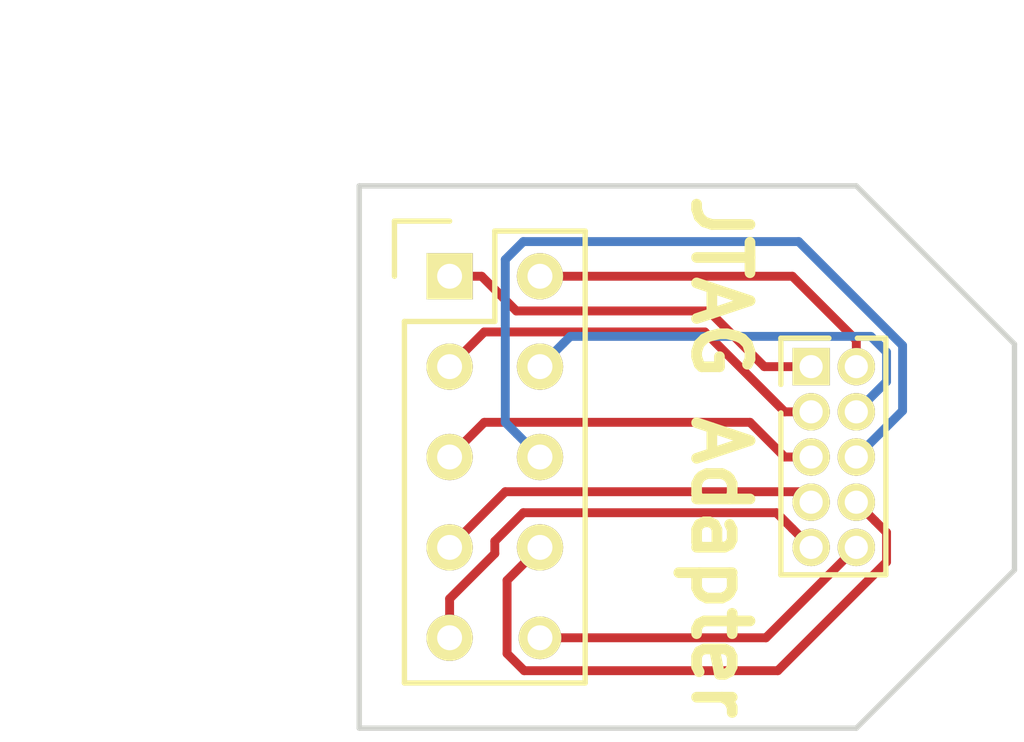
<source format=kicad_pcb>
(kicad_pcb (version 20171130) (host pcbnew "(5.1.12)-1")

  (general
    (thickness 1.6)
    (drawings 9)
    (tracks 51)
    (zones 0)
    (modules 2)
    (nets 11)
  )

  (page A4)
  (layers
    (0 F.Cu signal)
    (31 B.Cu signal)
    (32 B.Adhes user hide)
    (33 F.Adhes user hide)
    (34 B.Paste user hide)
    (35 F.Paste user hide)
    (36 B.SilkS user hide)
    (37 F.SilkS user hide)
    (38 B.Mask user hide)
    (39 F.Mask user)
    (40 Dwgs.User user)
    (41 Cmts.User user)
    (42 Eco1.User user)
    (43 Eco2.User user)
    (44 Edge.Cuts user)
    (45 Margin user)
    (46 B.CrtYd user)
    (47 F.CrtYd user)
    (48 B.Fab user)
    (49 F.Fab user)
  )

  (setup
    (last_trace_width 0.25)
    (trace_clearance 0.2)
    (zone_clearance 0.508)
    (zone_45_only no)
    (trace_min 0.2)
    (via_size 0.6)
    (via_drill 0.4)
    (via_min_size 0.4)
    (via_min_drill 0.3)
    (uvia_size 0.3)
    (uvia_drill 0.1)
    (uvias_allowed no)
    (uvia_min_size 0.2)
    (uvia_min_drill 0.1)
    (edge_width 0.15)
    (segment_width 0.2)
    (pcb_text_width 0.3)
    (pcb_text_size 1.5 1.5)
    (mod_edge_width 0.15)
    (mod_text_size 1 1)
    (mod_text_width 0.15)
    (pad_size 1.3 1.3)
    (pad_drill 0.7)
    (pad_to_mask_clearance 0.1016)
    (aux_axis_origin 0 0)
    (visible_elements 7FFFFFFF)
    (pcbplotparams
      (layerselection 0x010e0_80000001)
      (usegerberextensions true)
      (usegerberattributes true)
      (usegerberadvancedattributes true)
      (creategerberjobfile true)
      (excludeedgelayer true)
      (linewidth 0.100000)
      (plotframeref false)
      (viasonmask false)
      (mode 1)
      (useauxorigin false)
      (hpglpennumber 1)
      (hpglpenspeed 20)
      (hpglpendiameter 15.000000)
      (psnegative false)
      (psa4output false)
      (plotreference true)
      (plotvalue true)
      (plotinvisibletext false)
      (padsonsilk false)
      (subtractmaskfromsilk true)
      (outputformat 1)
      (mirror false)
      (drillshape 0)
      (scaleselection 1)
      (outputdirectory "jtag-gerbers/"))
  )

  (net 0 "")
  (net 1 "Net-(P1-Pad1)")
  (net 2 "Net-(P1-Pad3)")
  (net 3 "Net-(P1-Pad5)")
  (net 4 "Net-(P1-Pad7)")
  (net 5 "Net-(P1-Pad9)")
  (net 6 "Net-(P1-Pad4)")
  (net 7 "Net-(P1-Pad6)")
  (net 8 "Net-(P1-Pad8)")
  (net 9 "Net-(P1-Pad10)")
  (net 10 "Net-(P1-Pad2)")

  (net_class Default "This is the default net class."
    (clearance 0.2)
    (trace_width 0.25)
    (via_dia 0.6)
    (via_drill 0.4)
    (uvia_dia 0.3)
    (uvia_drill 0.1)
    (add_net "Net-(P1-Pad1)")
    (add_net "Net-(P1-Pad10)")
    (add_net "Net-(P1-Pad2)")
    (add_net "Net-(P1-Pad3)")
    (add_net "Net-(P1-Pad4)")
    (add_net "Net-(P1-Pad5)")
    (add_net "Net-(P1-Pad6)")
    (add_net "Net-(P1-Pad7)")
    (add_net "Net-(P1-Pad8)")
    (add_net "Net-(P1-Pad9)")
  )

  (module Pin_Headers:Pin_Header_Straight_2x05_Pitch1.27mm (layer F.Cu) (tedit 585C149B) (tstamp 585C1232)
    (at 137.16 101.6)
    (descr "Through hole pin header, pitch 1.27mm")
    (tags "pin header")
    (path /585C1103)
    (fp_text reference P1 (at 0.55 -1.7) (layer F.SilkS) hide
      (effects (font (size 1 1) (thickness 0.15)))
    )
    (fp_text value CONN_02X05 (at 0 6.9) (layer F.Fab) hide
      (effects (font (size 1 1) (thickness 0.15)))
    )
    (fp_line (start -0.85 -0.8) (end -0.85 0.5) (layer F.SilkS) (width 0.15))
    (fp_line (start 0.5 -0.8) (end -0.85 -0.8) (layer F.SilkS) (width 0.15))
    (fp_line (start -0.85 5.85) (end -0.85 1.3) (layer F.SilkS) (width 0.15))
    (fp_line (start -1.1 6.1) (end 2.35 6.1) (layer F.CrtYd) (width 0.05))
    (fp_line (start -1.1 -1.05) (end 2.35 -1.05) (layer F.CrtYd) (width 0.05))
    (fp_line (start 2.35 -1.05) (end 2.35 6.1) (layer F.CrtYd) (width 0.05))
    (fp_line (start -1.1 -1.05) (end -1.1 6.1) (layer F.CrtYd) (width 0.05))
    (fp_line (start 2.1 5.85) (end -0.85 5.85) (layer F.SilkS) (width 0.15))
    (fp_line (start 2.1 5.85) (end 2.1 -0.8) (layer F.SilkS) (width 0.15))
    (fp_line (start 2.1 -0.8) (end 1.3 -0.8) (layer F.SilkS) (width 0.15))
    (pad 1 thru_hole rect (at 0 0) (size 1.05 1.05) (drill 0.65) (layers *.Cu *.Mask F.SilkS)
      (net 1 "Net-(P1-Pad1)"))
    (pad 3 thru_hole circle (at 0 1.27) (size 1.05 1.05) (drill 0.65) (layers *.Cu *.Mask F.SilkS)
      (net 2 "Net-(P1-Pad3)"))
    (pad 5 thru_hole circle (at 0 2.54) (size 1.05 1.05) (drill 0.65) (layers *.Cu *.Mask F.SilkS)
      (net 3 "Net-(P1-Pad5)"))
    (pad 7 thru_hole circle (at 0 3.81) (size 1.05 1.05) (drill 0.65) (layers *.Cu *.Mask F.SilkS)
      (net 4 "Net-(P1-Pad7)"))
    (pad 9 thru_hole circle (at 0 5.08) (size 1.05 1.05) (drill 0.65) (layers *.Cu *.Mask F.SilkS)
      (net 5 "Net-(P1-Pad9)"))
    (pad 4 thru_hole circle (at 1.27 1.27) (size 1.05 1.05) (drill 0.65) (layers *.Cu *.Mask F.SilkS)
      (net 6 "Net-(P1-Pad4)"))
    (pad 6 thru_hole circle (at 1.27 2.54) (size 1.05 1.05) (drill 0.65) (layers *.Cu *.Mask F.SilkS)
      (net 7 "Net-(P1-Pad6)"))
    (pad 8 thru_hole circle (at 1.27 3.81) (size 1.05 1.05) (drill 0.65) (layers *.Cu *.Mask F.SilkS)
      (net 8 "Net-(P1-Pad8)"))
    (pad 10 thru_hole circle (at 1.27 5.08) (size 1.05 1.05) (drill 0.65) (layers *.Cu *.Mask F.SilkS)
      (net 9 "Net-(P1-Pad10)"))
    (pad 2 thru_hole circle (at 1.27 0) (size 1.05 1.05) (drill 0.65) (layers *.Cu *.Mask F.SilkS)
      (net 10 "Net-(P1-Pad2)"))
  )

  (module Pin_Headers:Pin_Header_Straight_2x05 (layer F.Cu) (tedit 585C1498) (tstamp 585C1240)
    (at 127 99.06)
    (descr "Through hole pin header")
    (tags "pin header")
    (path /585C112D)
    (fp_text reference P2 (at 0 -5.1) (layer F.SilkS) hide
      (effects (font (size 1 1) (thickness 0.15)))
    )
    (fp_text value CONN_02X05 (at 0 -3.1) (layer F.Fab) hide
      (effects (font (size 1 1) (thickness 0.15)))
    )
    (fp_line (start -1.55 -1.55) (end -1.55 0) (layer F.SilkS) (width 0.15))
    (fp_line (start 1.27 1.27) (end -1.27 1.27) (layer F.SilkS) (width 0.15))
    (fp_line (start 1.27 -1.27) (end 1.27 1.27) (layer F.SilkS) (width 0.15))
    (fp_line (start 0 -1.55) (end -1.55 -1.55) (layer F.SilkS) (width 0.15))
    (fp_line (start 3.81 -1.27) (end 1.27 -1.27) (layer F.SilkS) (width 0.15))
    (fp_line (start -1.27 11.43) (end -1.27 1.27) (layer F.SilkS) (width 0.15))
    (fp_line (start 3.81 11.43) (end -1.27 11.43) (layer F.SilkS) (width 0.15))
    (fp_line (start 3.81 -1.27) (end 3.81 11.43) (layer F.SilkS) (width 0.15))
    (fp_line (start -1.75 11.95) (end 4.3 11.95) (layer F.CrtYd) (width 0.05))
    (fp_line (start -1.75 -1.75) (end 4.3 -1.75) (layer F.CrtYd) (width 0.05))
    (fp_line (start 4.3 -1.75) (end 4.3 11.95) (layer F.CrtYd) (width 0.05))
    (fp_line (start -1.75 -1.75) (end -1.75 11.95) (layer F.CrtYd) (width 0.05))
    (pad 1 thru_hole rect (at 0 0) (size 1.3 1.3) (drill 0.7) (layers *.Cu *.Mask F.SilkS)
      (net 1 "Net-(P1-Pad1)"))
    (pad 2 thru_hole circle (at 2.54 0) (size 1.3 1.3) (drill 0.7) (layers *.Cu *.Mask F.SilkS)
      (net 10 "Net-(P1-Pad2)"))
    (pad 3 thru_hole circle (at 0 2.54) (size 1.3 1.3) (drill 0.7) (layers *.Cu *.Mask F.SilkS)
      (net 2 "Net-(P1-Pad3)"))
    (pad 4 thru_hole circle (at 2.54 2.54) (size 1.3 1.3) (drill 0.7) (layers *.Cu *.Mask F.SilkS)
      (net 6 "Net-(P1-Pad4)"))
    (pad 5 thru_hole circle (at 0 5.08) (size 1.3 1.3) (drill 0.7) (layers *.Cu *.Mask F.SilkS)
      (net 3 "Net-(P1-Pad5)"))
    (pad 6 thru_hole circle (at 2.54 5.08) (size 1.3 1.3) (drill 0.7) (layers *.Cu *.Mask F.SilkS)
      (net 7 "Net-(P1-Pad6)"))
    (pad 7 thru_hole circle (at 0 7.62) (size 1.3 1.3) (drill 0.7) (layers *.Cu *.Mask F.SilkS)
      (net 4 "Net-(P1-Pad7)"))
    (pad 8 thru_hole circle (at 2.54 7.62) (size 1.3 1.3) (drill 0.7) (layers *.Cu *.Mask F.SilkS)
      (net 8 "Net-(P1-Pad8)"))
    (pad 9 thru_hole circle (at 0 10.16) (size 1.3 1.3) (drill 0.7) (layers *.Cu *.Mask F.SilkS)
      (net 5 "Net-(P1-Pad9)"))
    (pad 10 thru_hole circle (at 2.54 10.16) (size 1.2 1.2) (drill 0.7) (layers *.Cu *.Mask F.SilkS)
      (net 9 "Net-(P1-Pad10)"))
    (model Pin_Headers.3dshapes/Pin_Header_Straight_2x05.wrl
      (offset (xyz 1.269999980926514 -5.079999923706055 0))
      (scale (xyz 1 1 1))
      (rotate (xyz 0 0 90))
    )
  )

  (dimension 15.5 (width 0.3) (layer Eco2.User)
    (gr_text "15.500 mm" (at 120.65 104.25 270) (layer Eco2.User)
      (effects (font (size 1.5 1.5) (thickness 0.3)))
    )
    (feature1 (pts (xy 124.5 112) (xy 119.3 112)))
    (feature2 (pts (xy 124.5 96.5) (xy 119.3 96.5)))
    (crossbar (pts (xy 122 96.5) (xy 122 112)))
    (arrow1a (pts (xy 122 112) (xy 121.413579 110.873496)))
    (arrow1b (pts (xy 122 112) (xy 122.586421 110.873496)))
    (arrow2a (pts (xy 122 96.5) (xy 121.413579 97.626504)))
    (arrow2b (pts (xy 122 96.5) (xy 122.586421 97.626504)))
  )
  (dimension 18.5 (width 0.3) (layer Eco2.User)
    (gr_text "18.500 mm" (at 133.75 93.15) (layer Eco2.User)
      (effects (font (size 1.5 1.5) (thickness 0.3)))
    )
    (feature1 (pts (xy 143 96.5) (xy 143 91.8)))
    (feature2 (pts (xy 124.5 96.5) (xy 124.5 91.8)))
    (crossbar (pts (xy 124.5 94.5) (xy 143 94.5)))
    (arrow1a (pts (xy 143 94.5) (xy 141.873496 95.086421)))
    (arrow1b (pts (xy 143 94.5) (xy 141.873496 93.913579)))
    (arrow2a (pts (xy 124.5 94.5) (xy 125.626504 95.086421)))
    (arrow2b (pts (xy 124.5 94.5) (xy 125.626504 93.913579)))
  )
  (gr_line (start 142.875 100.965) (end 138.43 96.52) (layer Edge.Cuts) (width 0.15))
  (gr_line (start 142.875 107.315) (end 138.43 111.76) (layer Edge.Cuts) (width 0.15))
  (gr_text "JTAG Adapter" (at 134.62 104.14 270) (layer F.SilkS)
    (effects (font (size 1.5 1.5) (thickness 0.3)))
  )
  (gr_line (start 138.43 96.52) (end 124.46 96.52) (layer Edge.Cuts) (width 0.15))
  (gr_line (start 142.875 107.315) (end 142.875 100.965) (layer Edge.Cuts) (width 0.15))
  (gr_line (start 124.46 111.76) (end 138.43 111.76) (layer Edge.Cuts) (width 0.15))
  (gr_line (start 124.46 96.52) (end 124.46 111.76) (layer Edge.Cuts) (width 0.15))

  (segment (start 134.279999 100.035001) (end 135.844998 101.6) (width 0.25) (layer F.Cu) (net 1))
  (segment (start 135.844998 101.6) (end 137.16 101.6) (width 0.25) (layer F.Cu) (net 1))
  (segment (start 127 99.06) (end 127.9 99.06) (width 0.25) (layer F.Cu) (net 1))
  (segment (start 127.9 99.06) (end 128.875001 100.035001) (width 0.25) (layer F.Cu) (net 1))
  (segment (start 128.875001 100.035001) (end 134.279999 100.035001) (width 0.25) (layer F.Cu) (net 1))
  (segment (start 127 101.6) (end 127.975001 100.624999) (width 0.25) (layer F.Cu) (net 2))
  (segment (start 127.975001 100.624999) (end 134.172537 100.624999) (width 0.25) (layer F.Cu) (net 2))
  (segment (start 134.172537 100.624999) (end 136.417538 102.87) (width 0.25) (layer F.Cu) (net 2))
  (segment (start 136.417538 102.87) (end 137.16 102.87) (width 0.25) (layer F.Cu) (net 2))
  (segment (start 127 104.14) (end 127.975001 103.164999) (width 0.25) (layer F.Cu) (net 3))
  (segment (start 127.975001 103.164999) (end 135.442537 103.164999) (width 0.25) (layer F.Cu) (net 3))
  (segment (start 135.442537 103.164999) (end 136.417538 104.14) (width 0.25) (layer F.Cu) (net 3))
  (segment (start 136.417538 104.14) (end 137.16 104.14) (width 0.25) (layer F.Cu) (net 3))
  (segment (start 137.16 105.41) (end 137.16 105.348052) (width 0.25) (layer F.Cu) (net 4))
  (segment (start 136.926949 105.115001) (end 128.564999 105.115001) (width 0.25) (layer F.Cu) (net 4))
  (segment (start 137.16 105.348052) (end 136.926949 105.115001) (width 0.25) (layer F.Cu) (net 4))
  (segment (start 128.564999 105.115001) (end 127 106.68) (width 0.25) (layer F.Cu) (net 4))
  (segment (start 127 109.22) (end 127 108.123002) (width 0.25) (layer F.Cu) (net 5))
  (segment (start 127 108.123002) (end 128.27 106.853002) (width 0.25) (layer F.Cu) (net 5))
  (segment (start 128.27 106.853002) (end 128.27 106.506998) (width 0.25) (layer F.Cu) (net 5))
  (segment (start 128.27 106.506998) (end 129.071999 105.704999) (width 0.25) (layer F.Cu) (net 5))
  (segment (start 136.184999 105.704999) (end 136.635001 106.155001) (width 0.25) (layer F.Cu) (net 5))
  (segment (start 129.071999 105.704999) (end 136.184999 105.704999) (width 0.25) (layer F.Cu) (net 5))
  (segment (start 136.635001 106.155001) (end 137.16 106.68) (width 0.25) (layer F.Cu) (net 5))
  (segment (start 138.43 102.87) (end 139.280001 102.019999) (width 0.25) (layer B.Cu) (net 6))
  (segment (start 139.280001 102.019999) (end 139.280001 101.191999) (width 0.25) (layer B.Cu) (net 6))
  (segment (start 139.280001 101.191999) (end 138.838001 100.749999) (width 0.25) (layer B.Cu) (net 6))
  (segment (start 130.189999 100.950001) (end 129.54 101.6) (width 0.25) (layer B.Cu) (net 6))
  (segment (start 138.838001 100.749999) (end 130.390001 100.749999) (width 0.25) (layer B.Cu) (net 6))
  (segment (start 130.390001 100.749999) (end 130.189999 100.950001) (width 0.25) (layer B.Cu) (net 6))
  (segment (start 138.43 104.14) (end 139.730011 102.839989) (width 0.25) (layer B.Cu) (net 7))
  (segment (start 139.730011 102.839989) (end 139.730011 101.005599) (width 0.25) (layer B.Cu) (net 7))
  (segment (start 128.890001 103.490001) (end 129.54 104.14) (width 0.25) (layer B.Cu) (net 7))
  (segment (start 139.730011 101.005599) (end 136.809411 98.084999) (width 0.25) (layer B.Cu) (net 7))
  (segment (start 136.809411 98.084999) (end 129.071999 98.084999) (width 0.25) (layer B.Cu) (net 7))
  (segment (start 129.071999 98.084999) (end 128.564999 98.591999) (width 0.25) (layer B.Cu) (net 7))
  (segment (start 128.564999 98.591999) (end 128.564999 103.164999) (width 0.25) (layer B.Cu) (net 7))
  (segment (start 128.564999 103.164999) (end 128.890001 103.490001) (width 0.25) (layer B.Cu) (net 7))
  (segment (start 129.54 106.68) (end 128.614999 107.605001) (width 0.25) (layer F.Cu) (net 8))
  (segment (start 128.614999 107.605001) (end 128.614999 109.664001) (width 0.25) (layer F.Cu) (net 8))
  (segment (start 128.614999 109.664001) (end 129.095999 110.145001) (width 0.25) (layer F.Cu) (net 8))
  (segment (start 129.095999 110.145001) (end 136.223001 110.145001) (width 0.25) (layer F.Cu) (net 8))
  (segment (start 136.223001 110.145001) (end 139.280001 107.088001) (width 0.25) (layer F.Cu) (net 8))
  (segment (start 139.280001 107.088001) (end 139.280001 106.260001) (width 0.25) (layer F.Cu) (net 8))
  (segment (start 139.280001 106.260001) (end 138.954999 105.934999) (width 0.25) (layer F.Cu) (net 8))
  (segment (start 138.954999 105.934999) (end 138.43 105.41) (width 0.25) (layer F.Cu) (net 8))
  (segment (start 129.54 109.22) (end 135.89 109.22) (width 0.25) (layer F.Cu) (net 9))
  (segment (start 135.89 109.22) (end 138.43 106.68) (width 0.25) (layer F.Cu) (net 9))
  (segment (start 129.54 99.06) (end 136.632462 99.06) (width 0.25) (layer F.Cu) (net 10))
  (segment (start 136.632462 99.06) (end 138.43 100.857538) (width 0.25) (layer F.Cu) (net 10))
  (segment (start 138.43 100.857538) (end 138.43 101.6) (width 0.25) (layer F.Cu) (net 10))

)

</source>
